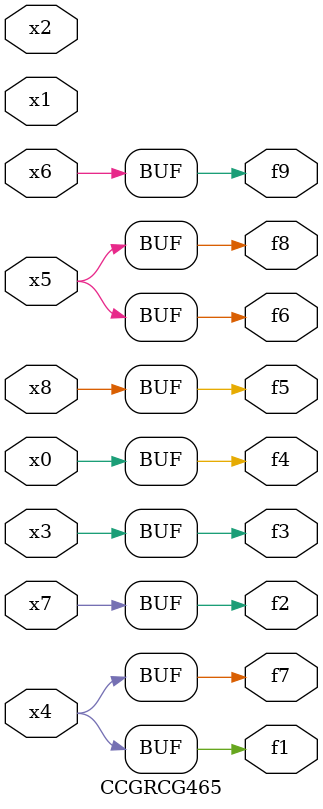
<source format=v>
module CCGRCG465(
	input x0, x1, x2, x3, x4, x5, x6, x7, x8,
	output f1, f2, f3, f4, f5, f6, f7, f8, f9
);
	assign f1 = x4;
	assign f2 = x7;
	assign f3 = x3;
	assign f4 = x0;
	assign f5 = x8;
	assign f6 = x5;
	assign f7 = x4;
	assign f8 = x5;
	assign f9 = x6;
endmodule

</source>
